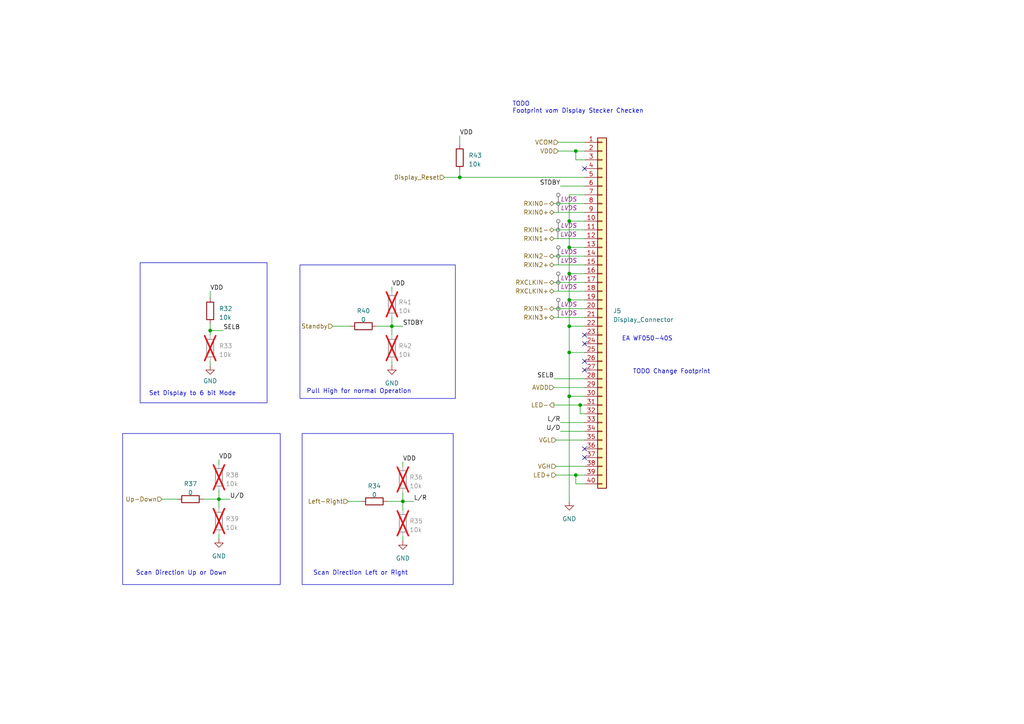
<source format=kicad_sch>
(kicad_sch (version 20230121) (generator eeschema)

  (uuid e720a3ef-5c6d-417a-bb06-b9c1a459a0bc)

  (paper "A4")

  (lib_symbols
    (symbol "Connector_Generic:Conn_01x40" (pin_names (offset 1.016) hide) (in_bom yes) (on_board yes)
      (property "Reference" "J" (at 0 50.8 0)
        (effects (font (size 1.27 1.27)))
      )
      (property "Value" "Conn_01x40" (at 0 -53.34 0)
        (effects (font (size 1.27 1.27)))
      )
      (property "Footprint" "" (at 0 0 0)
        (effects (font (size 1.27 1.27)) hide)
      )
      (property "Datasheet" "~" (at 0 0 0)
        (effects (font (size 1.27 1.27)) hide)
      )
      (property "ki_keywords" "connector" (at 0 0 0)
        (effects (font (size 1.27 1.27)) hide)
      )
      (property "ki_description" "Generic connector, single row, 01x40, script generated (kicad-library-utils/schlib/autogen/connector/)" (at 0 0 0)
        (effects (font (size 1.27 1.27)) hide)
      )
      (property "ki_fp_filters" "Connector*:*_1x??_*" (at 0 0 0)
        (effects (font (size 1.27 1.27)) hide)
      )
      (symbol "Conn_01x40_1_1"
        (rectangle (start -1.27 -50.673) (end 0 -50.927)
          (stroke (width 0.1524) (type default))
          (fill (type none))
        )
        (rectangle (start -1.27 -48.133) (end 0 -48.387)
          (stroke (width 0.1524) (type default))
          (fill (type none))
        )
        (rectangle (start -1.27 -45.593) (end 0 -45.847)
          (stroke (width 0.1524) (type default))
          (fill (type none))
        )
        (rectangle (start -1.27 -43.053) (end 0 -43.307)
          (stroke (width 0.1524) (type default))
          (fill (type none))
        )
        (rectangle (start -1.27 -40.513) (end 0 -40.767)
          (stroke (width 0.1524) (type default))
          (fill (type none))
        )
        (rectangle (start -1.27 -37.973) (end 0 -38.227)
          (stroke (width 0.1524) (type default))
          (fill (type none))
        )
        (rectangle (start -1.27 -35.433) (end 0 -35.687)
          (stroke (width 0.1524) (type default))
          (fill (type none))
        )
        (rectangle (start -1.27 -32.893) (end 0 -33.147)
          (stroke (width 0.1524) (type default))
          (fill (type none))
        )
        (rectangle (start -1.27 -30.353) (end 0 -30.607)
          (stroke (width 0.1524) (type default))
          (fill (type none))
        )
        (rectangle (start -1.27 -27.813) (end 0 -28.067)
          (stroke (width 0.1524) (type default))
          (fill (type none))
        )
        (rectangle (start -1.27 -25.273) (end 0 -25.527)
          (stroke (width 0.1524) (type default))
          (fill (type none))
        )
        (rectangle (start -1.27 -22.733) (end 0 -22.987)
          (stroke (width 0.1524) (type default))
          (fill (type none))
        )
        (rectangle (start -1.27 -20.193) (end 0 -20.447)
          (stroke (width 0.1524) (type default))
          (fill (type none))
        )
        (rectangle (start -1.27 -17.653) (end 0 -17.907)
          (stroke (width 0.1524) (type default))
          (fill (type none))
        )
        (rectangle (start -1.27 -15.113) (end 0 -15.367)
          (stroke (width 0.1524) (type default))
          (fill (type none))
        )
        (rectangle (start -1.27 -12.573) (end 0 -12.827)
          (stroke (width 0.1524) (type default))
          (fill (type none))
        )
        (rectangle (start -1.27 -10.033) (end 0 -10.287)
          (stroke (width 0.1524) (type default))
          (fill (type none))
        )
        (rectangle (start -1.27 -7.493) (end 0 -7.747)
          (stroke (width 0.1524) (type default))
          (fill (type none))
        )
        (rectangle (start -1.27 -4.953) (end 0 -5.207)
          (stroke (width 0.1524) (type default))
          (fill (type none))
        )
        (rectangle (start -1.27 -2.413) (end 0 -2.667)
          (stroke (width 0.1524) (type default))
          (fill (type none))
        )
        (rectangle (start -1.27 0.127) (end 0 -0.127)
          (stroke (width 0.1524) (type default))
          (fill (type none))
        )
        (rectangle (start -1.27 2.667) (end 0 2.413)
          (stroke (width 0.1524) (type default))
          (fill (type none))
        )
        (rectangle (start -1.27 5.207) (end 0 4.953)
          (stroke (width 0.1524) (type default))
          (fill (type none))
        )
        (rectangle (start -1.27 7.747) (end 0 7.493)
          (stroke (width 0.1524) (type default))
          (fill (type none))
        )
        (rectangle (start -1.27 10.287) (end 0 10.033)
          (stroke (width 0.1524) (type default))
          (fill (type none))
        )
        (rectangle (start -1.27 12.827) (end 0 12.573)
          (stroke (width 0.1524) (type default))
          (fill (type none))
        )
        (rectangle (start -1.27 15.367) (end 0 15.113)
          (stroke (width 0.1524) (type default))
          (fill (type none))
        )
        (rectangle (start -1.27 17.907) (end 0 17.653)
          (stroke (width 0.1524) (type default))
          (fill (type none))
        )
        (rectangle (start -1.27 20.447) (end 0 20.193)
          (stroke (width 0.1524) (type default))
          (fill (type none))
        )
        (rectangle (start -1.27 22.987) (end 0 22.733)
          (stroke (width 0.1524) (type default))
          (fill (type none))
        )
        (rectangle (start -1.27 25.527) (end 0 25.273)
          (stroke (width 0.1524) (type default))
          (fill (type none))
        )
        (rectangle (start -1.27 28.067) (end 0 27.813)
          (stroke (width 0.1524) (type default))
          (fill (type none))
        )
        (rectangle (start -1.27 30.607) (end 0 30.353)
          (stroke (width 0.1524) (type default))
          (fill (type none))
        )
        (rectangle (start -1.27 33.147) (end 0 32.893)
          (stroke (width 0.1524) (type default))
          (fill (type none))
        )
        (rectangle (start -1.27 35.687) (end 0 35.433)
          (stroke (width 0.1524) (type default))
          (fill (type none))
        )
        (rectangle (start -1.27 38.227) (end 0 37.973)
          (stroke (width 0.1524) (type default))
          (fill (type none))
        )
        (rectangle (start -1.27 40.767) (end 0 40.513)
          (stroke (width 0.1524) (type default))
          (fill (type none))
        )
        (rectangle (start -1.27 43.307) (end 0 43.053)
          (stroke (width 0.1524) (type default))
          (fill (type none))
        )
        (rectangle (start -1.27 45.847) (end 0 45.593)
          (stroke (width 0.1524) (type default))
          (fill (type none))
        )
        (rectangle (start -1.27 48.387) (end 0 48.133)
          (stroke (width 0.1524) (type default))
          (fill (type none))
        )
        (rectangle (start -1.27 49.53) (end 1.27 -52.07)
          (stroke (width 0.254) (type default))
          (fill (type background))
        )
        (pin passive line (at -5.08 48.26 0) (length 3.81)
          (name "Pin_1" (effects (font (size 1.27 1.27))))
          (number "1" (effects (font (size 1.27 1.27))))
        )
        (pin passive line (at -5.08 25.4 0) (length 3.81)
          (name "Pin_10" (effects (font (size 1.27 1.27))))
          (number "10" (effects (font (size 1.27 1.27))))
        )
        (pin passive line (at -5.08 22.86 0) (length 3.81)
          (name "Pin_11" (effects (font (size 1.27 1.27))))
          (number "11" (effects (font (size 1.27 1.27))))
        )
        (pin passive line (at -5.08 20.32 0) (length 3.81)
          (name "Pin_12" (effects (font (size 1.27 1.27))))
          (number "12" (effects (font (size 1.27 1.27))))
        )
        (pin passive line (at -5.08 17.78 0) (length 3.81)
          (name "Pin_13" (effects (font (size 1.27 1.27))))
          (number "13" (effects (font (size 1.27 1.27))))
        )
        (pin passive line (at -5.08 15.24 0) (length 3.81)
          (name "Pin_14" (effects (font (size 1.27 1.27))))
          (number "14" (effects (font (size 1.27 1.27))))
        )
        (pin passive line (at -5.08 12.7 0) (length 3.81)
          (name "Pin_15" (effects (font (size 1.27 1.27))))
          (number "15" (effects (font (size 1.27 1.27))))
        )
        (pin passive line (at -5.08 10.16 0) (length 3.81)
          (name "Pin_16" (effects (font (size 1.27 1.27))))
          (number "16" (effects (font (size 1.27 1.27))))
        )
        (pin passive line (at -5.08 7.62 0) (length 3.81)
          (name "Pin_17" (effects (font (size 1.27 1.27))))
          (number "17" (effects (font (size 1.27 1.27))))
        )
        (pin passive line (at -5.08 5.08 0) (length 3.81)
          (name "Pin_18" (effects (font (size 1.27 1.27))))
          (number "18" (effects (font (size 1.27 1.27))))
        )
        (pin passive line (at -5.08 2.54 0) (length 3.81)
          (name "Pin_19" (effects (font (size 1.27 1.27))))
          (number "19" (effects (font (size 1.27 1.27))))
        )
        (pin passive line (at -5.08 45.72 0) (length 3.81)
          (name "Pin_2" (effects (font (size 1.27 1.27))))
          (number "2" (effects (font (size 1.27 1.27))))
        )
        (pin passive line (at -5.08 0 0) (length 3.81)
          (name "Pin_20" (effects (font (size 1.27 1.27))))
          (number "20" (effects (font (size 1.27 1.27))))
        )
        (pin passive line (at -5.08 -2.54 0) (length 3.81)
          (name "Pin_21" (effects (font (size 1.27 1.27))))
          (number "21" (effects (font (size 1.27 1.27))))
        )
        (pin passive line (at -5.08 -5.08 0) (length 3.81)
          (name "Pin_22" (effects (font (size 1.27 1.27))))
          (number "22" (effects (font (size 1.27 1.27))))
        )
        (pin passive line (at -5.08 -7.62 0) (length 3.81)
          (name "Pin_23" (effects (font (size 1.27 1.27))))
          (number "23" (effects (font (size 1.27 1.27))))
        )
        (pin passive line (at -5.08 -10.16 0) (length 3.81)
          (name "Pin_24" (effects (font (size 1.27 1.27))))
          (number "24" (effects (font (size 1.27 1.27))))
        )
        (pin passive line (at -5.08 -12.7 0) (length 3.81)
          (name "Pin_25" (effects (font (size 1.27 1.27))))
          (number "25" (effects (font (size 1.27 1.27))))
        )
        (pin passive line (at -5.08 -15.24 0) (length 3.81)
          (name "Pin_26" (effects (font (size 1.27 1.27))))
          (number "26" (effects (font (size 1.27 1.27))))
        )
        (pin passive line (at -5.08 -17.78 0) (length 3.81)
          (name "Pin_27" (effects (font (size 1.27 1.27))))
          (number "27" (effects (font (size 1.27 1.27))))
        )
        (pin passive line (at -5.08 -20.32 0) (length 3.81)
          (name "Pin_28" (effects (font (size 1.27 1.27))))
          (number "28" (effects (font (size 1.27 1.27))))
        )
        (pin passive line (at -5.08 -22.86 0) (length 3.81)
          (name "Pin_29" (effects (font (size 1.27 1.27))))
          (number "29" (effects (font (size 1.27 1.27))))
        )
        (pin passive line (at -5.08 43.18 0) (length 3.81)
          (name "Pin_3" (effects (font (size 1.27 1.27))))
          (number "3" (effects (font (size 1.27 1.27))))
        )
        (pin passive line (at -5.08 -25.4 0) (length 3.81)
          (name "Pin_30" (effects (font (size 1.27 1.27))))
          (number "30" (effects (font (size 1.27 1.27))))
        )
        (pin passive line (at -5.08 -27.94 0) (length 3.81)
          (name "Pin_31" (effects (font (size 1.27 1.27))))
          (number "31" (effects (font (size 1.27 1.27))))
        )
        (pin passive line (at -5.08 -30.48 0) (length 3.81)
          (name "Pin_32" (effects (font (size 1.27 1.27))))
          (number "32" (effects (font (size 1.27 1.27))))
        )
        (pin passive line (at -5.08 -33.02 0) (length 3.81)
          (name "Pin_33" (effects (font (size 1.27 1.27))))
          (number "33" (effects (font (size 1.27 1.27))))
        )
        (pin passive line (at -5.08 -35.56 0) (length 3.81)
          (name "Pin_34" (effects (font (size 1.27 1.27))))
          (number "34" (effects (font (size 1.27 1.27))))
        )
        (pin passive line (at -5.08 -38.1 0) (length 3.81)
          (name "Pin_35" (effects (font (size 1.27 1.27))))
          (number "35" (effects (font (size 1.27 1.27))))
        )
        (pin passive line (at -5.08 -40.64 0) (length 3.81)
          (name "Pin_36" (effects (font (size 1.27 1.27))))
          (number "36" (effects (font (size 1.27 1.27))))
        )
        (pin passive line (at -5.08 -43.18 0) (length 3.81)
          (name "Pin_37" (effects (font (size 1.27 1.27))))
          (number "37" (effects (font (size 1.27 1.27))))
        )
        (pin passive line (at -5.08 -45.72 0) (length 3.81)
          (name "Pin_38" (effects (font (size 1.27 1.27))))
          (number "38" (effects (font (size 1.27 1.27))))
        )
        (pin passive line (at -5.08 -48.26 0) (length 3.81)
          (name "Pin_39" (effects (font (size 1.27 1.27))))
          (number "39" (effects (font (size 1.27 1.27))))
        )
        (pin passive line (at -5.08 40.64 0) (length 3.81)
          (name "Pin_4" (effects (font (size 1.27 1.27))))
          (number "4" (effects (font (size 1.27 1.27))))
        )
        (pin passive line (at -5.08 -50.8 0) (length 3.81)
          (name "Pin_40" (effects (font (size 1.27 1.27))))
          (number "40" (effects (font (size 1.27 1.27))))
        )
        (pin passive line (at -5.08 38.1 0) (length 3.81)
          (name "Pin_5" (effects (font (size 1.27 1.27))))
          (number "5" (effects (font (size 1.27 1.27))))
        )
        (pin passive line (at -5.08 35.56 0) (length 3.81)
          (name "Pin_6" (effects (font (size 1.27 1.27))))
          (number "6" (effects (font (size 1.27 1.27))))
        )
        (pin passive line (at -5.08 33.02 0) (length 3.81)
          (name "Pin_7" (effects (font (size 1.27 1.27))))
          (number "7" (effects (font (size 1.27 1.27))))
        )
        (pin passive line (at -5.08 30.48 0) (length 3.81)
          (name "Pin_8" (effects (font (size 1.27 1.27))))
          (number "8" (effects (font (size 1.27 1.27))))
        )
        (pin passive line (at -5.08 27.94 0) (length 3.81)
          (name "Pin_9" (effects (font (size 1.27 1.27))))
          (number "9" (effects (font (size 1.27 1.27))))
        )
      )
    )
    (symbol "Device:R" (pin_numbers hide) (pin_names (offset 0)) (in_bom yes) (on_board yes)
      (property "Reference" "R" (at 2.032 0 90)
        (effects (font (size 1.27 1.27)))
      )
      (property "Value" "R" (at 0 0 90)
        (effects (font (size 1.27 1.27)))
      )
      (property "Footprint" "" (at -1.778 0 90)
        (effects (font (size 1.27 1.27)) hide)
      )
      (property "Datasheet" "~" (at 0 0 0)
        (effects (font (size 1.27 1.27)) hide)
      )
      (property "ki_keywords" "R res resistor" (at 0 0 0)
        (effects (font (size 1.27 1.27)) hide)
      )
      (property "ki_description" "Resistor" (at 0 0 0)
        (effects (font (size 1.27 1.27)) hide)
      )
      (property "ki_fp_filters" "R_*" (at 0 0 0)
        (effects (font (size 1.27 1.27)) hide)
      )
      (symbol "R_0_1"
        (rectangle (start -1.016 -2.54) (end 1.016 2.54)
          (stroke (width 0.254) (type default))
          (fill (type none))
        )
      )
      (symbol "R_1_1"
        (pin passive line (at 0 3.81 270) (length 1.27)
          (name "~" (effects (font (size 1.27 1.27))))
          (number "1" (effects (font (size 1.27 1.27))))
        )
        (pin passive line (at 0 -3.81 90) (length 1.27)
          (name "~" (effects (font (size 1.27 1.27))))
          (number "2" (effects (font (size 1.27 1.27))))
        )
      )
    )
    (symbol "power:GND" (power) (pin_names (offset 0)) (in_bom yes) (on_board yes)
      (property "Reference" "#PWR" (at 0 -6.35 0)
        (effects (font (size 1.27 1.27)) hide)
      )
      (property "Value" "GND" (at 0 -3.81 0)
        (effects (font (size 1.27 1.27)))
      )
      (property "Footprint" "" (at 0 0 0)
        (effects (font (size 1.27 1.27)) hide)
      )
      (property "Datasheet" "" (at 0 0 0)
        (effects (font (size 1.27 1.27)) hide)
      )
      (property "ki_keywords" "global power" (at 0 0 0)
        (effects (font (size 1.27 1.27)) hide)
      )
      (property "ki_description" "Power symbol creates a global label with name \"GND\" , ground" (at 0 0 0)
        (effects (font (size 1.27 1.27)) hide)
      )
      (symbol "GND_0_1"
        (polyline
          (pts
            (xy 0 0)
            (xy 0 -1.27)
            (xy 1.27 -1.27)
            (xy 0 -2.54)
            (xy -1.27 -1.27)
            (xy 0 -1.27)
          )
          (stroke (width 0) (type default))
          (fill (type none))
        )
      )
      (symbol "GND_1_1"
        (pin power_in line (at 0 0 270) (length 0) hide
          (name "GND" (effects (font (size 1.27 1.27))))
          (number "1" (effects (font (size 1.27 1.27))))
        )
      )
    )
  )

  (junction (at 165.1 71.755) (diameter 0) (color 0 0 0 0)
    (uuid 05a5cc3e-9a51-4950-a13d-df7dc9d60f37)
  )
  (junction (at 165.1 102.235) (diameter 0) (color 0 0 0 0)
    (uuid 264507f0-69d2-4e89-aa5a-29dfc36596d0)
  )
  (junction (at 165.1 64.135) (diameter 0) (color 0 0 0 0)
    (uuid 3db04a24-8f02-4d64-83af-ac559991de6c)
  )
  (junction (at 165.1 94.615) (diameter 0) (color 0 0 0 0)
    (uuid 449f52a1-6f68-44ac-99d1-000c34f5061b)
  )
  (junction (at 167.005 137.795) (diameter 0) (color 0 0 0 0)
    (uuid 4c058317-0f8c-4e95-909c-707575f9828a)
  )
  (junction (at 60.96 95.885) (diameter 0) (color 0 0 0 0)
    (uuid 527fa1e7-122f-406a-909a-4ebe8eea0d57)
  )
  (junction (at 116.84 145.415) (diameter 0) (color 0 0 0 0)
    (uuid 854a024d-341f-4aa8-80aa-1bf32c8a226e)
  )
  (junction (at 167.005 43.815) (diameter 0) (color 0 0 0 0)
    (uuid 9058a0ed-2aeb-48b5-afc6-264cd9a4b390)
  )
  (junction (at 113.665 94.615) (diameter 0) (color 0 0 0 0)
    (uuid a5733260-a937-46e0-a216-c9b99fc5b8a4)
  )
  (junction (at 133.35 51.435) (diameter 0) (color 0 0 0 0)
    (uuid cce2bedb-1368-42e7-8e18-011de4167190)
  )
  (junction (at 168.275 117.475) (diameter 0) (color 0 0 0 0)
    (uuid cfb3476b-60ad-44fb-876b-016ca2a1ae20)
  )
  (junction (at 63.5 144.78) (diameter 0) (color 0 0 0 0)
    (uuid d8212878-d6be-402e-acf3-0470e23e7863)
  )
  (junction (at 165.1 79.375) (diameter 0) (color 0 0 0 0)
    (uuid fc90bd10-6478-4ab7-bff5-95382514b0ec)
  )
  (junction (at 165.1 114.935) (diameter 0) (color 0 0 0 0)
    (uuid fdf1fd4b-172d-4ceb-bd56-0516cad4d0e6)
  )
  (junction (at 165.1 86.995) (diameter 0) (color 0 0 0 0)
    (uuid ffa22a50-91bf-42f9-a9c4-7625136e0fb4)
  )

  (no_connect (at 169.545 107.315) (uuid 059a42c8-6916-496b-b218-a19c0f0f15a9))
  (no_connect (at 169.545 99.695) (uuid 1c8f936f-f458-4da8-aa35-c7eccb18bb86))
  (no_connect (at 169.545 48.895) (uuid 74ff9687-c59e-4dd5-922d-36ac022c951e))
  (no_connect (at 169.545 97.155) (uuid e4019d91-22fb-4603-af5c-7b928f726d6b))
  (no_connect (at 169.545 132.715) (uuid e5c8fb18-1b83-4498-b3d5-1eb6ed587ad1))
  (no_connect (at 169.545 130.175) (uuid f5635f5e-fddd-4c6b-a155-18397624ede3))
  (no_connect (at 169.545 104.775) (uuid fc06ca24-3104-415e-8aa7-3b9f7090caf0))

  (wire (pts (xy 112.395 145.415) (xy 116.84 145.415))
    (stroke (width 0) (type default))
    (uuid 02b4e5c6-91da-41fe-b822-1eecadcb8b62)
  )
  (wire (pts (xy 167.005 137.795) (xy 169.545 137.795))
    (stroke (width 0) (type default))
    (uuid 05081362-aef0-4f2a-a413-932d9975f666)
  )
  (wire (pts (xy 116.84 133.985) (xy 116.84 135.255))
    (stroke (width 0) (type default))
    (uuid 08288151-99f4-4c0b-9af0-1bf9efa75626)
  )
  (wire (pts (xy 113.665 92.075) (xy 113.665 94.615))
    (stroke (width 0) (type default))
    (uuid 0b636f37-fb89-406d-9537-b5382ce2b559)
  )
  (wire (pts (xy 169.545 140.335) (xy 167.005 140.335))
    (stroke (width 0) (type default))
    (uuid 139620ea-5a5d-4344-8c05-9cb2136c1e95)
  )
  (wire (pts (xy 165.1 94.615) (xy 165.1 102.235))
    (stroke (width 0) (type default))
    (uuid 152a5a90-18ee-4915-b418-aa237ae8760f)
  )
  (wire (pts (xy 63.5 142.24) (xy 63.5 144.78))
    (stroke (width 0) (type default))
    (uuid 16a8cd37-ab76-419c-91d5-ed0d34b94a9d)
  )
  (wire (pts (xy 160.655 84.455) (xy 169.545 84.455))
    (stroke (width 0) (type default))
    (uuid 1b03ee7f-4e5a-4564-b0df-81e64c4368c9)
  )
  (wire (pts (xy 60.96 93.98) (xy 60.96 95.885))
    (stroke (width 0) (type default))
    (uuid 1d911fee-efab-40d2-862d-318449c2a33c)
  )
  (wire (pts (xy 161.29 137.795) (xy 167.005 137.795))
    (stroke (width 0) (type default))
    (uuid 21a9a20c-d4e6-4551-8d6b-1afd14ee8ce0)
  )
  (wire (pts (xy 167.005 140.335) (xy 167.005 137.795))
    (stroke (width 0) (type default))
    (uuid 26d4ba4a-38fe-4500-b62b-9a2d8ef04f90)
  )
  (wire (pts (xy 113.665 83.185) (xy 113.665 84.455))
    (stroke (width 0) (type default))
    (uuid 2ecdcef4-4010-4404-a204-80160f24dc00)
  )
  (wire (pts (xy 169.545 46.355) (xy 167.005 46.355))
    (stroke (width 0) (type default))
    (uuid 3229fb65-8a72-44ae-b8f8-a049a7ce35ce)
  )
  (wire (pts (xy 128.905 51.435) (xy 133.35 51.435))
    (stroke (width 0) (type default))
    (uuid 3360cd55-463f-460b-9320-a666a22ab4bc)
  )
  (wire (pts (xy 133.35 51.435) (xy 169.545 51.435))
    (stroke (width 0) (type default))
    (uuid 3fd998ba-6ec8-48d1-9b37-b85632ff0a4b)
  )
  (wire (pts (xy 160.655 109.855) (xy 169.545 109.855))
    (stroke (width 0) (type default))
    (uuid 449ce52d-2519-467d-82f7-45e686491197)
  )
  (wire (pts (xy 165.1 79.375) (xy 165.1 86.995))
    (stroke (width 0) (type default))
    (uuid 4797cbf1-9f76-41d6-9d01-35f4b7fb8574)
  )
  (wire (pts (xy 113.665 94.615) (xy 113.665 97.155))
    (stroke (width 0) (type default))
    (uuid 4905483d-95ba-4b7c-8556-4f40c6f74646)
  )
  (wire (pts (xy 161.29 127.635) (xy 169.545 127.635))
    (stroke (width 0) (type default))
    (uuid 4c774a46-824f-459a-b618-6b36b8ade94e)
  )
  (wire (pts (xy 116.84 145.415) (xy 116.84 147.955))
    (stroke (width 0) (type default))
    (uuid 5b19aecf-7f08-41c7-bfd0-af06d84280fd)
  )
  (wire (pts (xy 160.655 66.675) (xy 169.545 66.675))
    (stroke (width 0) (type default))
    (uuid 5b4231b9-eb96-4bdd-b5a5-a01d5b57cff9)
  )
  (wire (pts (xy 165.1 86.995) (xy 165.1 94.615))
    (stroke (width 0) (type default))
    (uuid 5d10a3df-07a7-4358-9d48-c9808b28d54d)
  )
  (wire (pts (xy 165.1 64.135) (xy 169.545 64.135))
    (stroke (width 0) (type default))
    (uuid 6617a61f-91ef-42d6-88e0-d48d036f329d)
  )
  (wire (pts (xy 160.655 92.075) (xy 169.545 92.075))
    (stroke (width 0) (type default))
    (uuid 6785fd63-918d-4f6d-9569-272adf659bff)
  )
  (wire (pts (xy 160.655 61.595) (xy 169.545 61.595))
    (stroke (width 0) (type default))
    (uuid 68362522-4ff3-4567-9cb2-88ba63408f00)
  )
  (wire (pts (xy 160.655 117.475) (xy 168.275 117.475))
    (stroke (width 0) (type default))
    (uuid 687a9250-dacc-4035-bc23-7164fd67b025)
  )
  (wire (pts (xy 165.1 71.755) (xy 165.1 79.375))
    (stroke (width 0) (type default))
    (uuid 6bbed957-2758-4f36-9440-d6bfae2bd779)
  )
  (wire (pts (xy 165.1 114.935) (xy 169.545 114.935))
    (stroke (width 0) (type default))
    (uuid 770ab49a-21c0-42a4-ac9f-3af305b908bf)
  )
  (wire (pts (xy 162.56 122.555) (xy 169.545 122.555))
    (stroke (width 0) (type default))
    (uuid 78c5fb2f-7476-4edc-8266-0412414e0f54)
  )
  (wire (pts (xy 165.1 64.135) (xy 165.1 56.515))
    (stroke (width 0) (type default))
    (uuid 7aad69ca-96b2-43e1-a9c8-6023f36386cc)
  )
  (wire (pts (xy 60.96 104.775) (xy 60.96 106.045))
    (stroke (width 0) (type default))
    (uuid 7fb481f0-841e-4b51-824f-a9e2f9d35dad)
  )
  (wire (pts (xy 160.655 81.915) (xy 169.545 81.915))
    (stroke (width 0) (type default))
    (uuid 81bc10fa-388b-428e-bfc5-a60ad5d98679)
  )
  (wire (pts (xy 60.96 84.455) (xy 60.96 86.36))
    (stroke (width 0) (type default))
    (uuid 823c9f08-9948-4c85-aa3a-8138caceffe6)
  )
  (wire (pts (xy 160.655 69.215) (xy 169.545 69.215))
    (stroke (width 0) (type default))
    (uuid 8439e9fb-a7e2-4f1f-8a02-9bdb0a413c0d)
  )
  (wire (pts (xy 162.56 53.975) (xy 169.545 53.975))
    (stroke (width 0) (type default))
    (uuid 8643ca1b-fe9b-4b2c-a751-12a5e3d70526)
  )
  (wire (pts (xy 160.655 59.055) (xy 169.545 59.055))
    (stroke (width 0) (type default))
    (uuid 8a432d1f-0bfb-4a0d-8319-51febc9cb023)
  )
  (wire (pts (xy 161.925 43.815) (xy 167.005 43.815))
    (stroke (width 0) (type default))
    (uuid 8ae6b784-49fe-4296-a737-a31cb70b8967)
  )
  (wire (pts (xy 63.5 144.78) (xy 63.5 147.32))
    (stroke (width 0) (type default))
    (uuid 8bdcc046-c824-4468-9e47-8f89c01cea1d)
  )
  (wire (pts (xy 63.5 133.35) (xy 63.5 134.62))
    (stroke (width 0) (type default))
    (uuid 8fa05e99-c2d3-41bb-9b2e-dd8992c4ce38)
  )
  (wire (pts (xy 116.84 155.575) (xy 116.84 156.845))
    (stroke (width 0) (type default))
    (uuid 90c5e5f7-ce68-4558-a783-937f8584360e)
  )
  (wire (pts (xy 116.84 142.875) (xy 116.84 145.415))
    (stroke (width 0) (type default))
    (uuid 965ede87-34fe-4fef-a07c-77915eb6e9a4)
  )
  (wire (pts (xy 100.965 145.415) (xy 104.775 145.415))
    (stroke (width 0) (type default))
    (uuid 9e5558a9-fe10-4607-a239-03d06e659d33)
  )
  (wire (pts (xy 59.055 144.78) (xy 63.5 144.78))
    (stroke (width 0) (type default))
    (uuid a1ba0ac7-2c36-454e-85f3-449503945d58)
  )
  (wire (pts (xy 165.1 102.235) (xy 165.1 114.935))
    (stroke (width 0) (type default))
    (uuid a3f4078c-e068-40ba-87c6-f584539987b5)
  )
  (wire (pts (xy 169.545 79.375) (xy 165.1 79.375))
    (stroke (width 0) (type default))
    (uuid ae27bc27-6dcf-42c1-acf9-a476f09c47e5)
  )
  (wire (pts (xy 60.96 95.885) (xy 60.96 97.155))
    (stroke (width 0) (type default))
    (uuid b1f36539-2251-4694-a55b-5f518189e07d)
  )
  (wire (pts (xy 160.655 89.535) (xy 169.545 89.535))
    (stroke (width 0) (type default))
    (uuid b6cb2d6a-d460-422c-940c-17c51feae40a)
  )
  (wire (pts (xy 165.1 94.615) (xy 169.545 94.615))
    (stroke (width 0) (type default))
    (uuid b8f9672b-982b-42a2-b75b-4c784d4e0fea)
  )
  (wire (pts (xy 63.5 144.78) (xy 66.675 144.78))
    (stroke (width 0) (type default))
    (uuid bb801aba-5cd8-45a6-a3cd-b4bf3b53f63c)
  )
  (wire (pts (xy 165.1 56.515) (xy 169.545 56.515))
    (stroke (width 0) (type default))
    (uuid bbc8a807-c85a-40b0-a00b-0f0f14cc850e)
  )
  (wire (pts (xy 165.1 71.755) (xy 165.1 64.135))
    (stroke (width 0) (type default))
    (uuid bc00b4b4-602a-4abd-93ef-fc2edff68edd)
  )
  (wire (pts (xy 168.275 120.015) (xy 169.545 120.015))
    (stroke (width 0) (type default))
    (uuid bebb2281-0961-448d-b9f2-383da79fccc7)
  )
  (wire (pts (xy 113.665 104.775) (xy 113.665 106.045))
    (stroke (width 0) (type default))
    (uuid c5eda1f2-b2b1-49bc-abad-ec26fe2e8e5d)
  )
  (wire (pts (xy 133.35 39.37) (xy 133.35 41.91))
    (stroke (width 0) (type default))
    (uuid c69fc11c-86f5-4fca-adcf-98d728ab03e2)
  )
  (wire (pts (xy 133.35 49.53) (xy 133.35 51.435))
    (stroke (width 0) (type default))
    (uuid c770c52a-8e19-43c8-b4ce-b836ac3093ff)
  )
  (wire (pts (xy 168.275 117.475) (xy 168.275 120.015))
    (stroke (width 0) (type default))
    (uuid cf436ba6-bc23-4708-aa5b-ca00055fcabd)
  )
  (wire (pts (xy 168.275 117.475) (xy 169.545 117.475))
    (stroke (width 0) (type default))
    (uuid d2c98903-28ab-4417-a0f2-d1e2e17c4ff0)
  )
  (wire (pts (xy 64.77 95.885) (xy 60.96 95.885))
    (stroke (width 0) (type default))
    (uuid d309b5b9-a547-4c17-ac0a-de95da5268e9)
  )
  (wire (pts (xy 165.1 71.755) (xy 169.545 71.755))
    (stroke (width 0) (type default))
    (uuid d7ac9c90-fc61-4592-8bd5-9cb5087aa6eb)
  )
  (wire (pts (xy 167.005 43.815) (xy 169.545 43.815))
    (stroke (width 0) (type default))
    (uuid d7b355da-7868-4c4d-a145-54967962bc0f)
  )
  (wire (pts (xy 113.665 94.615) (xy 116.84 94.615))
    (stroke (width 0) (type default))
    (uuid dbb87722-aeea-4cd4-9a11-aa7c08ee78f0)
  )
  (wire (pts (xy 161.29 135.255) (xy 169.545 135.255))
    (stroke (width 0) (type default))
    (uuid e0ad5ad7-3cf4-45a7-96e7-4270ea588af5)
  )
  (wire (pts (xy 46.99 144.78) (xy 51.435 144.78))
    (stroke (width 0) (type default))
    (uuid e0f46fc4-016d-401b-a44d-c2277050d1a7)
  )
  (wire (pts (xy 162.56 125.095) (xy 169.545 125.095))
    (stroke (width 0) (type default))
    (uuid e16c97e0-a034-428e-af1b-1952e7255e7b)
  )
  (wire (pts (xy 160.655 74.295) (xy 169.545 74.295))
    (stroke (width 0) (type default))
    (uuid e1a54b81-dee9-484e-9774-dabb8434fc62)
  )
  (wire (pts (xy 161.925 41.275) (xy 169.545 41.275))
    (stroke (width 0) (type default))
    (uuid e4630552-312e-4426-b9bb-53b87826a962)
  )
  (wire (pts (xy 160.655 112.395) (xy 169.545 112.395))
    (stroke (width 0) (type default))
    (uuid e4e8dd48-9e72-4dbf-8f37-fb82ac896487)
  )
  (wire (pts (xy 96.52 94.615) (xy 101.6 94.615))
    (stroke (width 0) (type default))
    (uuid e8832799-e578-411b-bac7-5974f2464304)
  )
  (wire (pts (xy 167.005 46.355) (xy 167.005 43.815))
    (stroke (width 0) (type default))
    (uuid ea304e93-22a5-42f7-a593-4e4dd8c8b344)
  )
  (wire (pts (xy 116.84 145.415) (xy 120.015 145.415))
    (stroke (width 0) (type default))
    (uuid eaf72e7c-f485-4e72-ae6d-e8e16768a004)
  )
  (wire (pts (xy 109.22 94.615) (xy 113.665 94.615))
    (stroke (width 0) (type default))
    (uuid edc0d475-1f50-4ceb-9e2c-a519ed8f2040)
  )
  (wire (pts (xy 165.1 102.235) (xy 169.545 102.235))
    (stroke (width 0) (type default))
    (uuid edeb12e2-c5ba-4a07-8a95-dd6d05960e42)
  )
  (wire (pts (xy 63.5 154.94) (xy 63.5 156.21))
    (stroke (width 0) (type default))
    (uuid f567bb81-cb38-4fda-8c5a-77a7f1602a7c)
  )
  (wire (pts (xy 165.1 86.995) (xy 169.545 86.995))
    (stroke (width 0) (type default))
    (uuid fa721013-d826-4522-849e-28a4c6c8acdc)
  )
  (wire (pts (xy 165.1 114.935) (xy 165.1 145.415))
    (stroke (width 0) (type default))
    (uuid fbecc00c-acd7-4bb8-a445-dc6e6ad3bdaf)
  )
  (wire (pts (xy 160.655 76.835) (xy 169.545 76.835))
    (stroke (width 0) (type default))
    (uuid fde779fb-5aab-4773-8cb0-3e10ae0315f0)
  )

  (rectangle (start 35.56 125.73) (end 81.28 169.545)
    (stroke (width 0) (type default))
    (fill (type none))
    (uuid 4da81626-8a9d-435f-9b78-dbc1c118e353)
  )
  (rectangle (start 40.64 76.2) (end 77.47 116.84)
    (stroke (width 0) (type default))
    (fill (type none))
    (uuid 51f13f7e-52c4-4e83-b71a-ed9e74fb5bd3)
  )
  (rectangle (start 86.995 76.835) (end 132.08 115.57)
    (stroke (width 0) (type default))
    (fill (type none))
    (uuid 73baf4e4-a912-43f8-9c7b-53638386b51a)
  )
  (rectangle (start 87.63 125.73) (end 131.445 169.545)
    (stroke (width 0) (type default))
    (fill (type none))
    (uuid a9db2e3d-4e59-494b-9dca-533217672e28)
  )

  (text "Scan Direction Left or Right" (at 90.805 167.005 0)
    (effects (font (size 1.27 1.27)) (justify left bottom))
    (uuid 12b84121-4301-4d89-9056-c4f1fc5ea009)
  )
  (text "EA WF050-40S" (at 180.34 99.06 0)
    (effects (font (size 1.27 1.27)) (justify left bottom))
    (uuid 16f2f353-fa91-4711-9434-471de86bf59f)
  )
  (text "Scan Direction Up or Down" (at 39.37 167.005 0)
    (effects (font (size 1.27 1.27)) (justify left bottom))
    (uuid 41108832-491a-4719-9466-570a70f68aef)
  )
  (text "Pull High for normal Operation" (at 88.9 114.3 0)
    (effects (font (size 1.27 1.27)) (justify left bottom))
    (uuid 9075a993-ee52-42d6-9e42-cb7cbdb45914)
  )
  (text "TODO Change Footprint" (at 183.515 108.585 0)
    (effects (font (size 1.27 1.27)) (justify left bottom))
    (uuid 952e532b-b313-47fa-a5ea-044d97bed297)
  )
  (text "Set Display to 6 bit Mode" (at 43.18 114.935 0)
    (effects (font (size 1.27 1.27)) (justify left bottom))
    (uuid c438be2b-a98b-4dea-abaa-5faec0de4cf8)
  )
  (text "TODO\nFootprint vom Display Stecker Checken" (at 148.59 33.02 0)
    (effects (font (size 1.27 1.27)) (justify left bottom))
    (uuid d72d3d26-5467-4e2d-94d7-d4bd86da9707)
  )

  (label "STDBY" (at 162.56 53.975 180) (fields_autoplaced)
    (effects (font (size 1.27 1.27)) (justify right bottom))
    (uuid 14b4436c-bd1c-47ea-a86e-08b32dcccece)
  )
  (label "L{slash}R" (at 162.56 122.555 180) (fields_autoplaced)
    (effects (font (size 1.27 1.27)) (justify right bottom))
    (uuid 1691061e-de85-4fa7-8dc8-847b4eed3b1f)
  )
  (label "L{slash}R" (at 120.015 145.415 0) (fields_autoplaced)
    (effects (font (size 1.27 1.27)) (justify left bottom))
    (uuid 18c4606f-e0c0-431b-9406-171583b9917d)
  )
  (label "VDD" (at 60.96 84.455 0) (fields_autoplaced)
    (effects (font (size 1.27 1.27)) (justify left bottom))
    (uuid 5d725292-9a43-4961-a6f5-f6471a836b9a)
  )
  (label "STDBY" (at 116.84 94.615 0) (fields_autoplaced)
    (effects (font (size 1.27 1.27)) (justify left bottom))
    (uuid 7c955677-081f-4cbb-953a-16f569b09d7f)
  )
  (label "VDD" (at 133.35 39.37 0) (fields_autoplaced)
    (effects (font (size 1.27 1.27)) (justify left bottom))
    (uuid 9f26ec70-b10b-4e5e-8b41-f98f450d3541)
  )
  (label "U{slash}D" (at 66.675 144.78 0) (fields_autoplaced)
    (effects (font (size 1.27 1.27)) (justify left bottom))
    (uuid a6e4e225-e4c3-4c39-8cf1-bee78764c93b)
  )
  (label "VDD" (at 116.84 133.985 0) (fields_autoplaced)
    (effects (font (size 1.27 1.27)) (justify left bottom))
    (uuid ada37a08-8b4b-43f0-a66d-e5d7b62cf66d)
  )
  (label "VDD" (at 63.5 133.35 0) (fields_autoplaced)
    (effects (font (size 1.27 1.27)) (justify left bottom))
    (uuid af929b6b-b6af-46a1-b1a5-b6adf636cf2a)
  )
  (label "SELB" (at 160.655 109.855 180) (fields_autoplaced)
    (effects (font (size 1.27 1.27)) (justify right bottom))
    (uuid be962d83-7f7d-49cb-9822-216d30440e90)
  )
  (label "VDD" (at 113.665 83.185 0) (fields_autoplaced)
    (effects (font (size 1.27 1.27)) (justify left bottom))
    (uuid c7416357-2f1e-43e6-8faf-b708ab5216ec)
  )
  (label "SELB" (at 64.77 95.885 0) (fields_autoplaced)
    (effects (font (size 1.27 1.27)) (justify left bottom))
    (uuid dd5a5fad-0b56-46f1-b166-1c5a03c45dc9)
  )
  (label "U{slash}D" (at 162.56 125.095 180) (fields_autoplaced)
    (effects (font (size 1.27 1.27)) (justify right bottom))
    (uuid ff501520-966b-4665-82a9-78d66531b6ef)
  )

  (hierarchical_label "VGL" (shape input) (at 161.29 127.635 180) (fields_autoplaced)
    (effects (font (size 1.27 1.27)) (justify right))
    (uuid 14d13e5f-757d-4f88-878a-cd4b4b179751)
  )
  (hierarchical_label "RXIN2+" (shape bidirectional) (at 160.655 76.835 180) (fields_autoplaced)
    (effects (font (size 1.27 1.27)) (justify right))
    (uuid 1d6dadcf-a3ad-43ab-b166-8461323d454d)
  )
  (hierarchical_label "Standby" (shape input) (at 96.52 94.615 180) (fields_autoplaced)
    (effects (font (size 1.27 1.27)) (justify right))
    (uuid 1ed90bbb-8fc0-419b-97cb-5aacb9e500cc)
  )
  (hierarchical_label "RXIN1+" (shape bidirectional) (at 160.655 69.215 180) (fields_autoplaced)
    (effects (font (size 1.27 1.27)) (justify right))
    (uuid 2cb42a91-7602-4134-87f9-e4d7bbefeb26)
  )
  (hierarchical_label "Left-Right" (shape input) (at 100.965 145.415 180) (fields_autoplaced)
    (effects (font (size 1.27 1.27)) (justify right))
    (uuid 52747c85-2838-4701-8e1a-b8cac196cc76)
  )
  (hierarchical_label "Display_Reset" (shape input) (at 128.905 51.435 180) (fields_autoplaced)
    (effects (font (size 1.27 1.27)) (justify right))
    (uuid 5473dc11-de10-456f-83fe-33b007a33c83)
  )
  (hierarchical_label "LED-" (shape output) (at 160.655 117.475 180) (fields_autoplaced)
    (effects (font (size 1.27 1.27)) (justify right))
    (uuid 60d77f35-163f-4eb5-9a45-45da10c9eb59)
  )
  (hierarchical_label "VGH" (shape input) (at 161.29 135.255 180) (fields_autoplaced)
    (effects (font (size 1.27 1.27)) (justify right))
    (uuid 78a475bc-9b68-44e6-b6c4-5ab183438159)
  )
  (hierarchical_label "RXIN0-" (shape bidirectional) (at 160.655 59.055 180) (fields_autoplaced)
    (effects (font (size 1.27 1.27)) (justify right))
    (uuid 86d3118b-7131-422b-a4ae-b915f22f2087)
  )
  (hierarchical_label "RXIN3-" (shape bidirectional) (at 160.655 89.535 180) (fields_autoplaced)
    (effects (font (size 1.27 1.27)) (justify right))
    (uuid 8f65f79a-f72f-4cf0-8e1a-0c78100097a5)
  )
  (hierarchical_label "RXIN3+" (shape bidirectional) (at 160.655 92.075 180) (fields_autoplaced)
    (effects (font (size 1.27 1.27)) (justify right))
    (uuid 93e8c719-3a15-47b8-bb88-11f905f8a907)
  )
  (hierarchical_label "RXCLKIN-" (shape bidirectional) (at 160.655 81.915 180) (fields_autoplaced)
    (effects (font (size 1.27 1.27)) (justify right))
    (uuid 958d356d-9e4f-4d4c-bd52-63111429197d)
  )
  (hierarchical_label "RXIN1-" (shape bidirectional) (at 160.655 66.675 180) (fields_autoplaced)
    (effects (font (size 1.27 1.27)) (justify right))
    (uuid 9b725ff2-426c-4618-aecf-ed7333654cb9)
  )
  (hierarchical_label "RXCLKIN+" (shape bidirectional) (at 160.655 84.455 180) (fields_autoplaced)
    (effects (font (size 1.27 1.27)) (justify right))
    (uuid a022830c-ec99-4236-ad89-497bfd1f9764)
  )
  (hierarchical_label "VCOM" (shape input) (at 161.925 41.275 180) (fields_autoplaced)
    (effects (font (size 1.27 1.27)) (justify right))
    (uuid a0d73657-e067-49e8-a46c-2023c935eb0b)
  )
  (hierarchical_label "RXIN2-" (shape bidirectional) (at 160.655 74.295 180) (fields_autoplaced)
    (effects (font (size 1.27 1.27)) (justify right))
    (uuid adbac30b-6c38-495a-a190-8d11952963ad)
  )
  (hierarchical_label "VDD" (shape input) (at 161.925 43.815 180) (fields_autoplaced)
    (effects (font (size 1.27 1.27)) (justify right))
    (uuid e060026d-93d4-4f4c-adee-2788a3e00c27)
  )
  (hierarchical_label "Up-Down" (shape input) (at 46.99 144.78 180) (fields_autoplaced)
    (effects (font (size 1.27 1.27)) (justify right))
    (uuid e33c2bb1-2bdf-4e7f-a1d8-138b7972ed83)
  )
  (hierarchical_label "AVDD" (shape input) (at 160.655 112.395 180) (fields_autoplaced)
    (effects (font (size 1.27 1.27)) (justify right))
    (uuid f2b5f638-ecbb-4105-83be-4695f41d33be)
  )
  (hierarchical_label "LED+" (shape input) (at 161.29 137.795 180) (fields_autoplaced)
    (effects (font (size 1.27 1.27)) (justify right))
    (uuid f57bfe42-8641-4f82-b126-e00c585863b3)
  )
  (hierarchical_label "RXIN0+" (shape bidirectional) (at 160.655 61.595 180) (fields_autoplaced)
    (effects (font (size 1.27 1.27)) (justify right))
    (uuid fed893fc-28e7-43ea-b954-03779556e291)
  )

  (netclass_flag "" (length 2.54) (shape round) (at 161.925 74.295 0)
    (effects (font (size 1.27 1.27)) (justify left bottom))
    (uuid 0a701c26-f2f4-4924-a8d1-35c36df48ef5)
    (property "Netclass" "LVDS" (at 162.56 73.025 0)
      (effects (font (size 1.27 1.27) italic) (justify left))
    )
  )
  (netclass_flag "" (length 2.54) (shape round) (at 161.925 61.595 0)
    (effects (font (size 1.27 1.27)) (justify left bottom))
    (uuid 28c24f2b-9248-4cdd-9995-65aad23b8085)
    (property "Netclass" "LVDS" (at 162.56 60.325 0)
      (effects (font (size 1.27 1.27) italic) (justify left))
    )
  )
  (netclass_flag "" (length 2.54) (shape round) (at 161.925 92.075 0)
    (effects (font (size 1.27 1.27)) (justify left bottom))
    (uuid 38c0d627-8d1f-42be-a665-e1ebd1431f5b)
    (property "Netclass" "LVDS" (at 162.56 90.805 0)
      (effects (font (size 1.27 1.27) italic) (justify left))
    )
  )
  (netclass_flag "" (length 2.54) (shape round) (at 161.925 84.455 0)
    (effects (font (size 1.27 1.27)) (justify left bottom))
    (uuid 5e803fd4-b14f-4fe8-b678-573de9a07a8a)
    (property "Netclass" "LVDS" (at 162.56 83.185 0)
      (effects (font (size 1.27 1.27) italic) (justify left))
    )
  )
  (netclass_flag "" (length 2.54) (shape round) (at 161.925 66.675 0)
    (effects (font (size 1.27 1.27)) (justify left bottom))
    (uuid 633ce9c3-b3f4-4fa6-9195-9134b4baaaa3)
    (property "Netclass" "LVDS" (at 162.56 65.405 0)
      (effects (font (size 1.27 1.27) italic) (justify left))
    )
  )
  (netclass_flag "" (length 2.54) (shape round) (at 161.925 89.535 0)
    (effects (font (size 1.27 1.27)) (justify left bottom))
    (uuid 68542148-3af8-496f-a8a8-006849286332)
    (property "Netclass" "LVDS" (at 162.56 88.265 0)
      (effects (font (size 1.27 1.27) italic) (justify left))
    )
  )
  (netclass_flag "" (length 2.54) (shape round) (at 161.925 59.055 0)
    (effects (font (size 1.27 1.27)) (justify left bottom))
    (uuid 8ecee29d-2303-460b-8945-38925396d890)
    (property "Netclass" "LVDS" (at 162.56 57.785 0)
      (effects (font (size 1.27 1.27) italic) (justify left))
    )
  )
  (netclass_flag "" (length 2.54) (shape round) (at 161.925 81.915 0)
    (effects (font (size 1.27 1.27)) (justify left bottom))
    (uuid b8eb1a55-7283-4da7-8d44-a103f0b6b02e)
    (property "Netclass" "LVDS" (at 162.56 80.645 0)
      (effects (font (size 1.27 1.27) italic) (justify left))
    )
  )
  (netclass_flag "" (length 2.54) (shape round) (at 161.925 76.835 0)
    (effects (font (size 1.27 1.27)) (justify left bottom))
    (uuid c29f7853-1855-43cd-b927-9082b3f78321)
    (property "Netclass" "LVDS" (at 162.56 75.565 0)
      (effects (font (size 1.27 1.27) italic) (justify left))
    )
  )
  (netclass_flag "" (length 2.54) (shape round) (at 161.8163 69.215 0)
    (effects (font (size 1.27 1.27)) (justify left bottom))
    (uuid e5a5d7a7-b023-4ebc-91df-77e1dcab93b2)
    (property "Netclass" "LVDS" (at 162.4513 67.945 0)
      (effects (font (size 1.27 1.27) italic) (justify left))
    )
  )

  (symbol (lib_id "Device:R") (at 60.96 90.17 0) (unit 1)
    (in_bom yes) (on_board yes) (dnp no) (fields_autoplaced)
    (uuid 27f77309-a226-4f7b-9429-b2480e63a55f)
    (property "Reference" "R32" (at 63.5 89.535 0)
      (effects (font (size 1.27 1.27)) (justify left))
    )
    (property "Value" "10k" (at 63.5 92.075 0)
      (effects (font (size 1.27 1.27)) (justify left))
    )
    (property "Footprint" "Resistor_SMD:R_0603_1608Metric" (at 59.182 90.17 90)
      (effects (font (size 1.27 1.27)) hide)
    )
    (property "Datasheet" "~" (at 60.96 90.17 0)
      (effects (font (size 1.27 1.27)) hide)
    )
    (pin "1" (uuid 757617eb-67f7-4ac3-b9c0-b871f0c3eb58))
    (pin "2" (uuid b39673c6-0227-4924-8062-d732ecc993e1))
    (instances
      (project "FT23_Charger"
        (path "/e63e39d7-6ac0-4ffd-8aa3-1841a4541b55/5d8e912a-7f7e-473d-a1b7-d1023eeb4b88"
          (reference "R32") (unit 1)
        )
      )
    )
  )

  (symbol (lib_id "Device:R") (at 108.585 145.415 90) (unit 1)
    (in_bom yes) (on_board yes) (dnp no) (fields_autoplaced)
    (uuid 364562cc-a60c-4979-80e0-e01d36be8fa5)
    (property "Reference" "R34" (at 108.585 140.97 90)
      (effects (font (size 1.27 1.27)))
    )
    (property "Value" "0" (at 108.585 143.51 90)
      (effects (font (size 1.27 1.27)))
    )
    (property "Footprint" "Resistor_SMD:R_0603_1608Metric" (at 108.585 147.193 90)
      (effects (font (size 1.27 1.27)) hide)
    )
    (property "Datasheet" "~" (at 108.585 145.415 0)
      (effects (font (size 1.27 1.27)) hide)
    )
    (pin "1" (uuid 1a04b20b-0b56-40f5-8e24-dd90777c5a6e))
    (pin "2" (uuid a4a10324-f156-4103-824a-bb85500bc9f2))
    (instances
      (project "FT23_Charger"
        (path "/e63e39d7-6ac0-4ffd-8aa3-1841a4541b55/5d8e912a-7f7e-473d-a1b7-d1023eeb4b88"
          (reference "R34") (unit 1)
        )
      )
    )
  )

  (symbol (lib_id "power:GND") (at 165.1 145.415 0) (unit 1)
    (in_bom yes) (on_board yes) (dnp no) (fields_autoplaced)
    (uuid 3f235ae7-dbe6-4957-8b8b-601f44fc5041)
    (property "Reference" "#PWR049" (at 165.1 151.765 0)
      (effects (font (size 1.27 1.27)) hide)
    )
    (property "Value" "GND" (at 165.1 150.495 0)
      (effects (font (size 1.27 1.27)))
    )
    (property "Footprint" "" (at 165.1 145.415 0)
      (effects (font (size 1.27 1.27)) hide)
    )
    (property "Datasheet" "" (at 165.1 145.415 0)
      (effects (font (size 1.27 1.27)) hide)
    )
    (pin "1" (uuid 5f82ea5c-f950-439b-904a-5e71951c2302))
    (instances
      (project "FT23_Charger"
        (path "/e63e39d7-6ac0-4ffd-8aa3-1841a4541b55/5d8e912a-7f7e-473d-a1b7-d1023eeb4b88"
          (reference "#PWR049") (unit 1)
        )
      )
    )
  )

  (symbol (lib_id "power:GND") (at 113.665 106.045 0) (unit 1)
    (in_bom yes) (on_board yes) (dnp no) (fields_autoplaced)
    (uuid 49c68dfc-2476-4eb2-bbfc-8cce205676b9)
    (property "Reference" "#PWR057" (at 113.665 112.395 0)
      (effects (font (size 1.27 1.27)) hide)
    )
    (property "Value" "GND" (at 113.665 111.125 0)
      (effects (font (size 1.27 1.27)))
    )
    (property "Footprint" "" (at 113.665 106.045 0)
      (effects (font (size 1.27 1.27)) hide)
    )
    (property "Datasheet" "" (at 113.665 106.045 0)
      (effects (font (size 1.27 1.27)) hide)
    )
    (pin "1" (uuid 44ce6205-995e-4852-8425-9476b66e405b))
    (instances
      (project "FT23_Charger"
        (path "/e63e39d7-6ac0-4ffd-8aa3-1841a4541b55/5d8e912a-7f7e-473d-a1b7-d1023eeb4b88"
          (reference "#PWR057") (unit 1)
        )
      )
    )
  )

  (symbol (lib_id "Device:R") (at 116.84 139.065 0) (unit 1)
    (in_bom yes) (on_board yes) (dnp yes) (fields_autoplaced)
    (uuid 53f33044-32e9-4bd7-8db8-7a5049c27d0a)
    (property "Reference" "R36" (at 118.745 138.43 0)
      (effects (font (size 1.27 1.27)) (justify left))
    )
    (property "Value" "10k" (at 118.745 140.97 0)
      (effects (font (size 1.27 1.27)) (justify left))
    )
    (property "Footprint" "Resistor_SMD:R_0603_1608Metric" (at 115.062 139.065 90)
      (effects (font (size 1.27 1.27)) hide)
    )
    (property "Datasheet" "~" (at 116.84 139.065 0)
      (effects (font (size 1.27 1.27)) hide)
    )
    (pin "1" (uuid f179016a-5b22-4a17-8708-8df1ca7dee63))
    (pin "2" (uuid 4a32451d-650c-4b8f-a7d3-e1245003090c))
    (instances
      (project "FT23_Charger"
        (path "/e63e39d7-6ac0-4ffd-8aa3-1841a4541b55/5d8e912a-7f7e-473d-a1b7-d1023eeb4b88"
          (reference "R36") (unit 1)
        )
      )
    )
  )

  (symbol (lib_id "Device:R") (at 60.96 100.965 0) (unit 1)
    (in_bom yes) (on_board yes) (dnp yes) (fields_autoplaced)
    (uuid 5a6a9bb5-09a0-4da8-882b-810a7f914399)
    (property "Reference" "R33" (at 63.5 100.33 0)
      (effects (font (size 1.27 1.27)) (justify left))
    )
    (property "Value" "10k" (at 63.5 102.87 0)
      (effects (font (size 1.27 1.27)) (justify left))
    )
    (property "Footprint" "Resistor_SMD:R_0603_1608Metric" (at 59.182 100.965 90)
      (effects (font (size 1.27 1.27)) hide)
    )
    (property "Datasheet" "~" (at 60.96 100.965 0)
      (effects (font (size 1.27 1.27)) hide)
    )
    (pin "1" (uuid 58ceb074-a81c-4471-8817-d7abc1666904))
    (pin "2" (uuid d77e3ab2-77f1-40ab-9c13-2b84d5dcc4b5))
    (instances
      (project "FT23_Charger"
        (path "/e63e39d7-6ac0-4ffd-8aa3-1841a4541b55/5d8e912a-7f7e-473d-a1b7-d1023eeb4b88"
          (reference "R33") (unit 1)
        )
      )
    )
  )

  (symbol (lib_id "power:GND") (at 60.96 106.045 0) (unit 1)
    (in_bom yes) (on_board yes) (dnp no) (fields_autoplaced)
    (uuid 5b345d01-5518-4947-a1b0-d37925eb615f)
    (property "Reference" "#PWR050" (at 60.96 112.395 0)
      (effects (font (size 1.27 1.27)) hide)
    )
    (property "Value" "GND" (at 60.96 110.49 0)
      (effects (font (size 1.27 1.27)))
    )
    (property "Footprint" "" (at 60.96 106.045 0)
      (effects (font (size 1.27 1.27)) hide)
    )
    (property "Datasheet" "" (at 60.96 106.045 0)
      (effects (font (size 1.27 1.27)) hide)
    )
    (pin "1" (uuid 2c0dc818-8da0-48f6-8e03-e41ee58f1b6f))
    (instances
      (project "FT23_Charger"
        (path "/e63e39d7-6ac0-4ffd-8aa3-1841a4541b55/5d8e912a-7f7e-473d-a1b7-d1023eeb4b88"
          (reference "#PWR050") (unit 1)
        )
      )
    )
  )

  (symbol (lib_id "Device:R") (at 63.5 138.43 0) (unit 1)
    (in_bom yes) (on_board yes) (dnp yes) (fields_autoplaced)
    (uuid 6cc28748-e871-4880-b8a4-859c85f1b01d)
    (property "Reference" "R38" (at 65.405 137.795 0)
      (effects (font (size 1.27 1.27)) (justify left))
    )
    (property "Value" "10k" (at 65.405 140.335 0)
      (effects (font (size 1.27 1.27)) (justify left))
    )
    (property "Footprint" "Resistor_SMD:R_0603_1608Metric" (at 61.722 138.43 90)
      (effects (font (size 1.27 1.27)) hide)
    )
    (property "Datasheet" "~" (at 63.5 138.43 0)
      (effects (font (size 1.27 1.27)) hide)
    )
    (pin "1" (uuid 3fc38034-d277-4bc0-a8fa-0d49f6f8a41f))
    (pin "2" (uuid 8e60592d-b405-4923-999f-eacf3a57c742))
    (instances
      (project "FT23_Charger"
        (path "/e63e39d7-6ac0-4ffd-8aa3-1841a4541b55/5d8e912a-7f7e-473d-a1b7-d1023eeb4b88"
          (reference "R38") (unit 1)
        )
      )
    )
  )

  (symbol (lib_id "Device:R") (at 63.5 151.13 0) (unit 1)
    (in_bom yes) (on_board yes) (dnp yes) (fields_autoplaced)
    (uuid 79c1c42b-14c4-48df-a3d7-776a7ce5e17c)
    (property "Reference" "R39" (at 65.405 150.495 0)
      (effects (font (size 1.27 1.27)) (justify left))
    )
    (property "Value" "10k" (at 65.405 153.035 0)
      (effects (font (size 1.27 1.27)) (justify left))
    )
    (property "Footprint" "Resistor_SMD:R_0603_1608Metric" (at 61.722 151.13 90)
      (effects (font (size 1.27 1.27)) hide)
    )
    (property "Datasheet" "~" (at 63.5 151.13 0)
      (effects (font (size 1.27 1.27)) hide)
    )
    (pin "1" (uuid 3e1b211b-d354-4943-9de3-6c497fde3f8a))
    (pin "2" (uuid eeb5636f-62e6-4ee9-8324-1ce7188f42a2))
    (instances
      (project "FT23_Charger"
        (path "/e63e39d7-6ac0-4ffd-8aa3-1841a4541b55/5d8e912a-7f7e-473d-a1b7-d1023eeb4b88"
          (reference "R39") (unit 1)
        )
      )
    )
  )

  (symbol (lib_id "power:GND") (at 116.84 156.845 0) (unit 1)
    (in_bom yes) (on_board yes) (dnp no) (fields_autoplaced)
    (uuid 8f6d6ba8-900c-43d2-872c-a927bfeb0639)
    (property "Reference" "#PWR053" (at 116.84 163.195 0)
      (effects (font (size 1.27 1.27)) hide)
    )
    (property "Value" "GND" (at 116.84 161.925 0)
      (effects (font (size 1.27 1.27)))
    )
    (property "Footprint" "" (at 116.84 156.845 0)
      (effects (font (size 1.27 1.27)) hide)
    )
    (property "Datasheet" "" (at 116.84 156.845 0)
      (effects (font (size 1.27 1.27)) hide)
    )
    (pin "1" (uuid aaeccf2f-0000-491d-9763-b2c398c1db2c))
    (instances
      (project "FT23_Charger"
        (path "/e63e39d7-6ac0-4ffd-8aa3-1841a4541b55/5d8e912a-7f7e-473d-a1b7-d1023eeb4b88"
          (reference "#PWR053") (unit 1)
        )
      )
    )
  )

  (symbol (lib_id "Connector_Generic:Conn_01x40") (at 174.625 89.535 0) (unit 1)
    (in_bom yes) (on_board yes) (dnp no) (fields_autoplaced)
    (uuid 922539ff-86c6-4efc-9691-2838b2b8757c)
    (property "Reference" "J5" (at 177.8 90.17 0)
      (effects (font (size 1.27 1.27)) (justify left))
    )
    (property "Value" "Display_Connector" (at 177.8 92.71 0)
      (effects (font (size 1.27 1.27)) (justify left))
    )
    (property "Footprint" "Display_Connectors:EA WF050-40S" (at 174.625 89.535 0)
      (effects (font (size 1.27 1.27)) hide)
    )
    (property "Datasheet" "~" (at 174.625 89.535 0)
      (effects (font (size 1.27 1.27)) hide)
    )
    (pin "1" (uuid 72c55580-259b-4dfc-9d91-2aa206c2fa95))
    (pin "10" (uuid 4a68afcf-79b2-47c2-b139-4ccbfda07268))
    (pin "11" (uuid 548d9df2-29b9-4e28-be0c-4b12fca3bac7))
    (pin "12" (uuid 399defa4-cc9e-46c4-abd6-3859a65f0932))
    (pin "13" (uuid b7b220d5-f78c-4916-8a59-316cc3421254))
    (pin "14" (uuid 90598ab8-9dc6-4ca4-a63d-f3b5eb49d5ed))
    (pin "15" (uuid b46c75fa-1767-4a34-9f6b-a1a5287a3dfd))
    (pin "16" (uuid e880dc10-1ea9-431b-b97d-d08ffd86e27b))
    (pin "17" (uuid 498535b0-9a27-441b-bf8f-aac8b731704c))
    (pin "18" (uuid a9360c52-15bf-4df3-ba11-89de1f2bda71))
    (pin "19" (uuid f235b567-a00d-4602-b197-9bf7bfae8dbe))
    (pin "2" (uuid d5103c9d-1dbc-4b46-a876-235d19d52b68))
    (pin "20" (uuid 68694557-1c0d-4606-b8e4-4510f433289a))
    (pin "21" (uuid b9e56c86-ffd8-4d4d-b035-575ace5c4a4a))
    (pin "22" (uuid 7e5ccd34-1948-46b5-8260-27e60b1b22c8))
    (pin "23" (uuid a2749a3e-0ebb-4f64-be49-1d9b830f4cac))
    (pin "24" (uuid cdd63274-90bf-4445-bf87-92a70992e3cf))
    (pin "25" (uuid 7392f461-01ff-4fbc-bab9-5a8d4b84b648))
    (pin "26" (uuid c36ce27b-ef76-4720-9f6f-75a680bf3afa))
    (pin "27" (uuid c83db0fc-581b-42ad-aab5-1e31ac0c7dbf))
    (pin "28" (uuid 2f77b9fe-ceac-43a1-967d-484b066002c8))
    (pin "29" (uuid bc1fca27-ea1c-4063-973e-9e89d2f5fd96))
    (pin "3" (uuid 9365482d-fbad-4caa-a9e8-7f56be903337))
    (pin "30" (uuid 069b69a8-726c-45e9-a2dd-e38f29e2da96))
    (pin "31" (uuid f5934169-c849-4c28-94ad-952d88449b7c))
    (pin "32" (uuid 475a2e3c-ded0-492e-8c98-2ca82eb4d660))
    (pin "33" (uuid 380cb98f-bec3-4b73-88fa-ecfc90d83bde))
    (pin "34" (uuid 8dc9c66e-61d4-43ce-b78b-c2cb9a4fc2c1))
    (pin "35" (uuid e4ae8e13-c07d-4d9c-a557-ebd0dee07b4f))
    (pin "36" (uuid 43d3997a-4306-4450-b94f-0bf7d146c903))
    (pin "37" (uuid 678dc072-cbc7-43bf-93a9-8fb044e1e55b))
    (pin "38" (uuid 89124e70-ed7b-43a1-9cab-b2f24d8ba77b))
    (pin "39" (uuid be27f707-e721-4b0e-a8c5-ab8853eaf889))
    (pin "4" (uuid fb1bc6e3-e07d-4059-9e77-b4bcd0f14055))
    (pin "40" (uuid fdbfa30a-0180-468c-baa5-23a0444fa7de))
    (pin "5" (uuid 3a894c68-194c-40e3-ae82-09106169a030))
    (pin "6" (uuid 5dec200f-8a2b-43d4-a43e-a785fd9a731c))
    (pin "7" (uuid 03867d67-8b7e-4298-befb-094860665b52))
    (pin "8" (uuid 6743bf53-1a30-4c42-b4ac-be49daf5b129))
    (pin "9" (uuid 4a647fbe-6d9e-467b-91dd-d0b1ba7839e9))
    (instances
      (project "FT23_Charger"
        (path "/e63e39d7-6ac0-4ffd-8aa3-1841a4541b55/5d8e912a-7f7e-473d-a1b7-d1023eeb4b88"
          (reference "J5") (unit 1)
        )
      )
    )
  )

  (symbol (lib_id "Device:R") (at 116.84 151.765 0) (unit 1)
    (in_bom yes) (on_board yes) (dnp yes) (fields_autoplaced)
    (uuid 996cf859-92f8-454b-98e5-b72fc3bc464d)
    (property "Reference" "R35" (at 118.745 151.13 0)
      (effects (font (size 1.27 1.27)) (justify left))
    )
    (property "Value" "10k" (at 118.745 153.67 0)
      (effects (font (size 1.27 1.27)) (justify left))
    )
    (property "Footprint" "Resistor_SMD:R_0603_1608Metric" (at 115.062 151.765 90)
      (effects (font (size 1.27 1.27)) hide)
    )
    (property "Datasheet" "~" (at 116.84 151.765 0)
      (effects (font (size 1.27 1.27)) hide)
    )
    (pin "1" (uuid 9359bc03-18ec-4c21-8ba3-a8d22b6ea71c))
    (pin "2" (uuid 78b82dd9-c4b1-4ce2-b891-9dd5a6cd8521))
    (instances
      (project "FT23_Charger"
        (path "/e63e39d7-6ac0-4ffd-8aa3-1841a4541b55/5d8e912a-7f7e-473d-a1b7-d1023eeb4b88"
          (reference "R35") (unit 1)
        )
      )
    )
  )

  (symbol (lib_id "power:GND") (at 63.5 156.21 0) (unit 1)
    (in_bom yes) (on_board yes) (dnp no) (fields_autoplaced)
    (uuid 9bf55830-356e-41ac-ae0c-fdeb8d38c30a)
    (property "Reference" "#PWR055" (at 63.5 162.56 0)
      (effects (font (size 1.27 1.27)) hide)
    )
    (property "Value" "GND" (at 63.5 161.29 0)
      (effects (font (size 1.27 1.27)))
    )
    (property "Footprint" "" (at 63.5 156.21 0)
      (effects (font (size 1.27 1.27)) hide)
    )
    (property "Datasheet" "" (at 63.5 156.21 0)
      (effects (font (size 1.27 1.27)) hide)
    )
    (pin "1" (uuid c852ff00-bb26-491e-b86e-55e8799335d5))
    (instances
      (project "FT23_Charger"
        (path "/e63e39d7-6ac0-4ffd-8aa3-1841a4541b55/5d8e912a-7f7e-473d-a1b7-d1023eeb4b88"
          (reference "#PWR055") (unit 1)
        )
      )
    )
  )

  (symbol (lib_id "Device:R") (at 55.245 144.78 90) (unit 1)
    (in_bom yes) (on_board yes) (dnp no) (fields_autoplaced)
    (uuid d931669e-284b-4d55-afb5-79d1dc690006)
    (property "Reference" "R37" (at 55.245 140.335 90)
      (effects (font (size 1.27 1.27)))
    )
    (property "Value" "0" (at 55.245 142.875 90)
      (effects (font (size 1.27 1.27)))
    )
    (property "Footprint" "Resistor_SMD:R_0603_1608Metric" (at 55.245 146.558 90)
      (effects (font (size 1.27 1.27)) hide)
    )
    (property "Datasheet" "~" (at 55.245 144.78 0)
      (effects (font (size 1.27 1.27)) hide)
    )
    (pin "1" (uuid 4eca3d5e-8f95-4cfa-86c0-98952df27170))
    (pin "2" (uuid 6a72c143-8cf3-4ef6-9f31-c6b7280de2f7))
    (instances
      (project "FT23_Charger"
        (path "/e63e39d7-6ac0-4ffd-8aa3-1841a4541b55/5d8e912a-7f7e-473d-a1b7-d1023eeb4b88"
          (reference "R37") (unit 1)
        )
      )
    )
  )

  (symbol (lib_id "Device:R") (at 113.665 100.965 0) (unit 1)
    (in_bom yes) (on_board yes) (dnp yes) (fields_autoplaced)
    (uuid db6342a5-68ac-4d21-bab7-11ef973837a1)
    (property "Reference" "R42" (at 115.57 100.33 0)
      (effects (font (size 1.27 1.27)) (justify left))
    )
    (property "Value" "10k" (at 115.57 102.87 0)
      (effects (font (size 1.27 1.27)) (justify left))
    )
    (property "Footprint" "Resistor_SMD:R_0603_1608Metric" (at 111.887 100.965 90)
      (effects (font (size 1.27 1.27)) hide)
    )
    (property "Datasheet" "~" (at 113.665 100.965 0)
      (effects (font (size 1.27 1.27)) hide)
    )
    (pin "1" (uuid d0bdf180-946d-4467-8e7b-ab1854883c89))
    (pin "2" (uuid b9ceff8b-af24-4361-ac64-0a20c9ed6094))
    (instances
      (project "FT23_Charger"
        (path "/e63e39d7-6ac0-4ffd-8aa3-1841a4541b55/5d8e912a-7f7e-473d-a1b7-d1023eeb4b88"
          (reference "R42") (unit 1)
        )
      )
    )
  )

  (symbol (lib_id "Device:R") (at 105.41 94.615 90) (unit 1)
    (in_bom yes) (on_board yes) (dnp no) (fields_autoplaced)
    (uuid ec24fd28-d7aa-42e3-9b2e-493a3781c974)
    (property "Reference" "R40" (at 105.41 90.17 90)
      (effects (font (size 1.27 1.27)))
    )
    (property "Value" "0" (at 105.41 92.71 90)
      (effects (font (size 1.27 1.27)))
    )
    (property "Footprint" "Resistor_SMD:R_0603_1608Metric" (at 105.41 96.393 90)
      (effects (font (size 1.27 1.27)) hide)
    )
    (property "Datasheet" "~" (at 105.41 94.615 0)
      (effects (font (size 1.27 1.27)) hide)
    )
    (pin "1" (uuid a657caf7-f840-42b2-8f34-c419248a14fe))
    (pin "2" (uuid b4c33990-7e9c-4906-bba5-d040b228c96c))
    (instances
      (project "FT23_Charger"
        (path "/e63e39d7-6ac0-4ffd-8aa3-1841a4541b55/5d8e912a-7f7e-473d-a1b7-d1023eeb4b88"
          (reference "R40") (unit 1)
        )
      )
    )
  )

  (symbol (lib_id "Device:R") (at 133.35 45.72 0) (unit 1)
    (in_bom yes) (on_board yes) (dnp no) (fields_autoplaced)
    (uuid f23f2e97-d655-4e3b-a56b-ec24be85f30d)
    (property "Reference" "R43" (at 135.89 45.085 0)
      (effects (font (size 1.27 1.27)) (justify left))
    )
    (property "Value" "10k" (at 135.89 47.625 0)
      (effects (font (size 1.27 1.27)) (justify left))
    )
    (property "Footprint" "Resistor_SMD:R_0603_1608Metric" (at 131.572 45.72 90)
      (effects (font (size 1.27 1.27)) hide)
    )
    (property "Datasheet" "~" (at 133.35 45.72 0)
      (effects (font (size 1.27 1.27)) hide)
    )
    (pin "1" (uuid 4858a4ef-2cf3-49fc-a9b1-4e79c8e74313))
    (pin "2" (uuid 7678cb20-0e5f-461e-be41-9a704fabec35))
    (instances
      (project "FT23_Charger"
        (path "/e63e39d7-6ac0-4ffd-8aa3-1841a4541b55/5d8e912a-7f7e-473d-a1b7-d1023eeb4b88"
          (reference "R43") (unit 1)
        )
      )
    )
  )

  (symbol (lib_id "Device:R") (at 113.665 88.265 0) (unit 1)
    (in_bom yes) (on_board yes) (dnp yes) (fields_autoplaced)
    (uuid fc6209bd-7dba-4759-bba6-5e12751746e3)
    (property "Reference" "R41" (at 115.57 87.63 0)
      (effects (font (size 1.27 1.27)) (justify left))
    )
    (property "Value" "10k" (at 115.57 90.17 0)
      (effects (font (size 1.27 1.27)) (justify left))
    )
    (property "Footprint" "Resistor_SMD:R_0603_1608Metric" (at 111.887 88.265 90)
      (effects (font (size 1.27 1.27)) hide)
    )
    (property "Datasheet" "~" (at 113.665 88.265 0)
      (effects (font (size 1.27 1.27)) hide)
    )
    (pin "1" (uuid 9b9fe7a2-e454-40c3-b3a5-4f49e6659e96))
    (pin "2" (uuid 8d3cbaf2-44eb-432c-bc84-97b8921468ba))
    (instances
      (project "FT23_Charger"
        (path "/e63e39d7-6ac0-4ffd-8aa3-1841a4541b55/5d8e912a-7f7e-473d-a1b7-d1023eeb4b88"
          (reference "R41") (unit 1)
        )
      )
    )
  )
)

</source>
